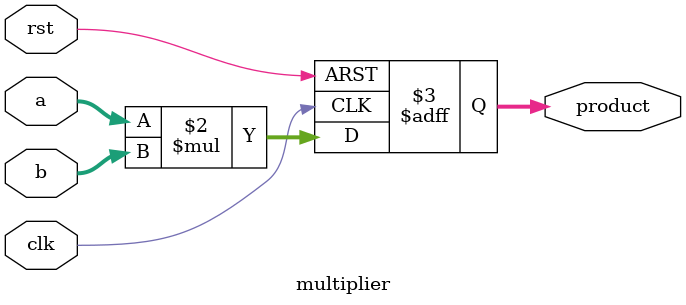
<source format=v>
module multiplier(
  input wire [7:0] a,
  input wire [7:0] b,
  input wire clk,
  input wire rst,
  output reg [15:0] product
);

  always @(posedge clk, posedge rst)
    if (rst)
    	product <= 16'b0;
    else
    	product <= a * b;
endmodule

</source>
